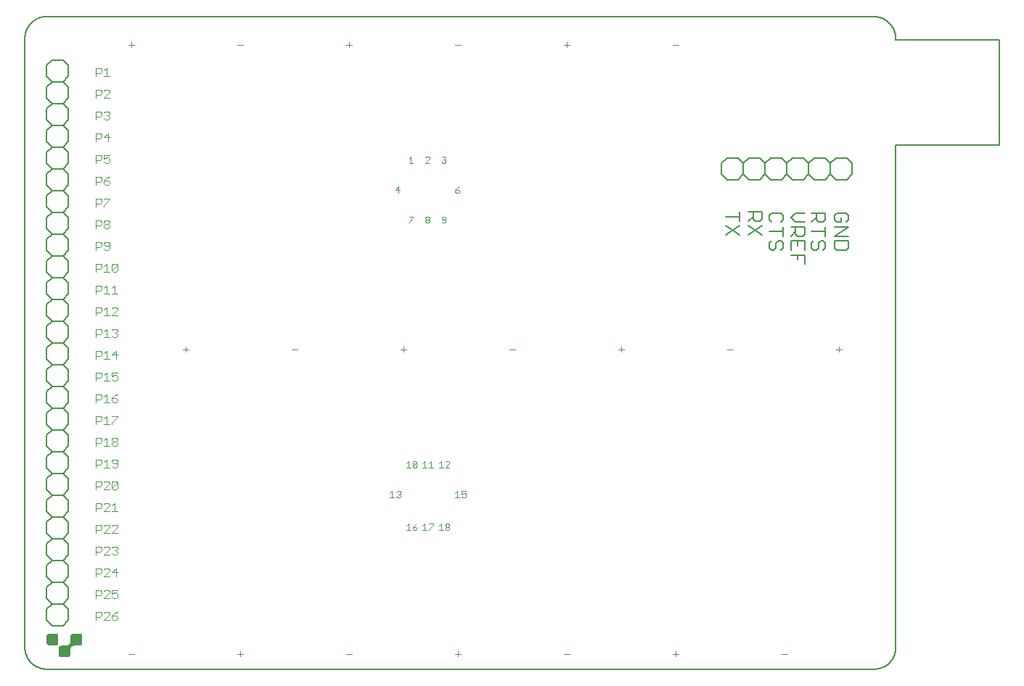
<source format=gto>
G75*
%MOIN*%
%OFA0B0*%
%FSLAX25Y25*%
%IPPOS*%
%LPD*%
%AMOC8*
5,1,8,0,0,1.08239X$1,22.5*
%
%ADD10C,0.00500*%
%ADD11C,0.00600*%
%ADD12C,0.00300*%
D10*
X0015000Y0005000D02*
X0395000Y0005000D01*
X0395242Y0005003D01*
X0395483Y0005012D01*
X0395724Y0005026D01*
X0395965Y0005047D01*
X0396205Y0005073D01*
X0396445Y0005105D01*
X0396684Y0005143D01*
X0396921Y0005186D01*
X0397158Y0005236D01*
X0397393Y0005291D01*
X0397627Y0005351D01*
X0397859Y0005418D01*
X0398090Y0005489D01*
X0398319Y0005567D01*
X0398546Y0005650D01*
X0398771Y0005738D01*
X0398994Y0005832D01*
X0399214Y0005931D01*
X0399432Y0006036D01*
X0399647Y0006145D01*
X0399860Y0006260D01*
X0400070Y0006380D01*
X0400276Y0006505D01*
X0400480Y0006635D01*
X0400681Y0006770D01*
X0400878Y0006910D01*
X0401072Y0007054D01*
X0401262Y0007203D01*
X0401448Y0007357D01*
X0401631Y0007515D01*
X0401810Y0007677D01*
X0401985Y0007844D01*
X0402156Y0008015D01*
X0402323Y0008190D01*
X0402485Y0008369D01*
X0402643Y0008552D01*
X0402797Y0008738D01*
X0402946Y0008928D01*
X0403090Y0009122D01*
X0403230Y0009319D01*
X0403365Y0009520D01*
X0403495Y0009724D01*
X0403620Y0009930D01*
X0403740Y0010140D01*
X0403855Y0010353D01*
X0403964Y0010568D01*
X0404069Y0010786D01*
X0404168Y0011006D01*
X0404262Y0011229D01*
X0404350Y0011454D01*
X0404433Y0011681D01*
X0404511Y0011910D01*
X0404582Y0012141D01*
X0404649Y0012373D01*
X0404709Y0012607D01*
X0404764Y0012842D01*
X0404814Y0013079D01*
X0404857Y0013316D01*
X0404895Y0013555D01*
X0404927Y0013795D01*
X0404953Y0014035D01*
X0404974Y0014276D01*
X0404988Y0014517D01*
X0404997Y0014758D01*
X0405000Y0015000D01*
X0405000Y0245787D01*
X0452500Y0245787D01*
X0452500Y0294213D01*
X0405000Y0294213D01*
X0405000Y0294212D02*
X0405006Y0294464D01*
X0405006Y0294715D01*
X0405001Y0294966D01*
X0404989Y0295217D01*
X0404971Y0295468D01*
X0404947Y0295718D01*
X0404917Y0295968D01*
X0404882Y0296217D01*
X0404840Y0296464D01*
X0404792Y0296711D01*
X0404738Y0296957D01*
X0404678Y0297201D01*
X0404613Y0297443D01*
X0404541Y0297684D01*
X0404464Y0297923D01*
X0404381Y0298161D01*
X0404292Y0298396D01*
X0404198Y0298629D01*
X0404098Y0298859D01*
X0403992Y0299088D01*
X0403881Y0299313D01*
X0403765Y0299536D01*
X0403643Y0299756D01*
X0403516Y0299972D01*
X0403383Y0300186D01*
X0403246Y0300397D01*
X0403104Y0300604D01*
X0402956Y0300807D01*
X0402804Y0301007D01*
X0402647Y0301204D01*
X0402485Y0301396D01*
X0402319Y0301584D01*
X0402148Y0301769D01*
X0401972Y0301949D01*
X0401793Y0302125D01*
X0401609Y0302296D01*
X0401421Y0302463D01*
X0401229Y0302625D01*
X0401034Y0302783D01*
X0400834Y0302936D01*
X0400631Y0303084D01*
X0400424Y0303227D01*
X0400214Y0303365D01*
X0400001Y0303498D01*
X0399785Y0303626D01*
X0399565Y0303749D01*
X0399343Y0303866D01*
X0399118Y0303977D01*
X0398890Y0304084D01*
X0398660Y0304185D01*
X0398427Y0304280D01*
X0398192Y0304369D01*
X0397955Y0304453D01*
X0397716Y0304531D01*
X0397476Y0304603D01*
X0397233Y0304670D01*
X0396989Y0304730D01*
X0396744Y0304785D01*
X0396497Y0304834D01*
X0396250Y0304876D01*
X0396001Y0304913D01*
X0395752Y0304944D01*
X0395501Y0304968D01*
X0395251Y0304987D01*
X0395000Y0305000D01*
X0015000Y0305000D01*
X0014758Y0304997D01*
X0014517Y0304988D01*
X0014276Y0304974D01*
X0014035Y0304953D01*
X0013795Y0304927D01*
X0013555Y0304895D01*
X0013316Y0304857D01*
X0013079Y0304814D01*
X0012842Y0304764D01*
X0012607Y0304709D01*
X0012373Y0304649D01*
X0012141Y0304582D01*
X0011910Y0304511D01*
X0011681Y0304433D01*
X0011454Y0304350D01*
X0011229Y0304262D01*
X0011006Y0304168D01*
X0010786Y0304069D01*
X0010568Y0303964D01*
X0010353Y0303855D01*
X0010140Y0303740D01*
X0009930Y0303620D01*
X0009724Y0303495D01*
X0009520Y0303365D01*
X0009319Y0303230D01*
X0009122Y0303090D01*
X0008928Y0302946D01*
X0008738Y0302797D01*
X0008552Y0302643D01*
X0008369Y0302485D01*
X0008190Y0302323D01*
X0008015Y0302156D01*
X0007844Y0301985D01*
X0007677Y0301810D01*
X0007515Y0301631D01*
X0007357Y0301448D01*
X0007203Y0301262D01*
X0007054Y0301072D01*
X0006910Y0300878D01*
X0006770Y0300681D01*
X0006635Y0300480D01*
X0006505Y0300276D01*
X0006380Y0300070D01*
X0006260Y0299860D01*
X0006145Y0299647D01*
X0006036Y0299432D01*
X0005931Y0299214D01*
X0005832Y0298994D01*
X0005738Y0298771D01*
X0005650Y0298546D01*
X0005567Y0298319D01*
X0005489Y0298090D01*
X0005418Y0297859D01*
X0005351Y0297627D01*
X0005291Y0297393D01*
X0005236Y0297158D01*
X0005186Y0296921D01*
X0005143Y0296684D01*
X0005105Y0296445D01*
X0005073Y0296205D01*
X0005047Y0295965D01*
X0005026Y0295724D01*
X0005012Y0295483D01*
X0005003Y0295242D01*
X0005000Y0295000D01*
X0005000Y0015000D01*
X0005003Y0014758D01*
X0005012Y0014517D01*
X0005026Y0014276D01*
X0005047Y0014035D01*
X0005073Y0013795D01*
X0005105Y0013555D01*
X0005143Y0013316D01*
X0005186Y0013079D01*
X0005236Y0012842D01*
X0005291Y0012607D01*
X0005351Y0012373D01*
X0005418Y0012141D01*
X0005489Y0011910D01*
X0005567Y0011681D01*
X0005650Y0011454D01*
X0005738Y0011229D01*
X0005832Y0011006D01*
X0005931Y0010786D01*
X0006036Y0010568D01*
X0006145Y0010353D01*
X0006260Y0010140D01*
X0006380Y0009930D01*
X0006505Y0009724D01*
X0006635Y0009520D01*
X0006770Y0009319D01*
X0006910Y0009122D01*
X0007054Y0008928D01*
X0007203Y0008738D01*
X0007357Y0008552D01*
X0007515Y0008369D01*
X0007677Y0008190D01*
X0007844Y0008015D01*
X0008015Y0007844D01*
X0008190Y0007677D01*
X0008369Y0007515D01*
X0008552Y0007357D01*
X0008738Y0007203D01*
X0008928Y0007054D01*
X0009122Y0006910D01*
X0009319Y0006770D01*
X0009520Y0006635D01*
X0009724Y0006505D01*
X0009930Y0006380D01*
X0010140Y0006260D01*
X0010353Y0006145D01*
X0010568Y0006036D01*
X0010786Y0005931D01*
X0011006Y0005832D01*
X0011229Y0005738D01*
X0011454Y0005650D01*
X0011681Y0005567D01*
X0011910Y0005489D01*
X0012141Y0005418D01*
X0012373Y0005351D01*
X0012607Y0005291D01*
X0012842Y0005236D01*
X0013079Y0005186D01*
X0013316Y0005143D01*
X0013555Y0005105D01*
X0013795Y0005073D01*
X0014035Y0005047D01*
X0014276Y0005026D01*
X0014517Y0005012D01*
X0014758Y0005003D01*
X0015000Y0005000D01*
D11*
X0017500Y0025000D02*
X0015000Y0027500D01*
X0015000Y0032500D01*
X0017500Y0035000D01*
X0022500Y0035000D01*
X0025000Y0032500D01*
X0025000Y0027500D01*
X0022500Y0025000D01*
X0017500Y0025000D01*
X0017500Y0035000D02*
X0015000Y0037500D01*
X0015000Y0042500D01*
X0017500Y0045000D01*
X0015000Y0047500D01*
X0015000Y0052500D01*
X0017500Y0055000D01*
X0015000Y0057500D01*
X0015000Y0062500D01*
X0017500Y0065000D01*
X0015000Y0067500D01*
X0015000Y0072500D01*
X0017500Y0075000D01*
X0022500Y0075000D01*
X0025000Y0072500D01*
X0025000Y0067500D01*
X0022500Y0065000D01*
X0025000Y0062500D01*
X0025000Y0057500D01*
X0022500Y0055000D01*
X0025000Y0052500D01*
X0025000Y0047500D01*
X0022500Y0045000D01*
X0025000Y0042500D01*
X0025000Y0037500D01*
X0022500Y0035000D01*
X0022500Y0045000D02*
X0017500Y0045000D01*
X0017500Y0055000D02*
X0022500Y0055000D01*
X0022500Y0065000D02*
X0017500Y0065000D01*
X0017500Y0075000D02*
X0015000Y0077500D01*
X0015000Y0082500D01*
X0017500Y0085000D01*
X0015000Y0087500D01*
X0015000Y0092500D01*
X0017500Y0095000D01*
X0015000Y0097500D01*
X0015000Y0102500D01*
X0017500Y0105000D01*
X0015000Y0107500D01*
X0015000Y0112500D01*
X0017500Y0115000D01*
X0015000Y0117500D01*
X0015000Y0122500D01*
X0017500Y0125000D01*
X0015000Y0127500D01*
X0015000Y0132500D01*
X0017500Y0135000D01*
X0022500Y0135000D01*
X0025000Y0132500D01*
X0025000Y0127500D01*
X0022500Y0125000D01*
X0025000Y0122500D01*
X0025000Y0117500D01*
X0022500Y0115000D01*
X0017500Y0115000D01*
X0022500Y0115000D02*
X0025000Y0112500D01*
X0025000Y0107500D01*
X0022500Y0105000D01*
X0025000Y0102500D01*
X0025000Y0097500D01*
X0022500Y0095000D01*
X0025000Y0092500D01*
X0025000Y0087500D01*
X0022500Y0085000D01*
X0025000Y0082500D01*
X0025000Y0077500D01*
X0022500Y0075000D01*
X0022500Y0085000D02*
X0017500Y0085000D01*
X0017500Y0095000D02*
X0022500Y0095000D01*
X0022500Y0105000D02*
X0017500Y0105000D01*
X0017500Y0125000D02*
X0022500Y0125000D01*
X0022500Y0135000D02*
X0025000Y0137500D01*
X0025000Y0142500D01*
X0022500Y0145000D01*
X0025000Y0147500D01*
X0025000Y0152500D01*
X0022500Y0155000D01*
X0017500Y0155000D01*
X0015000Y0152500D01*
X0015000Y0147500D01*
X0017500Y0145000D01*
X0022500Y0145000D01*
X0017500Y0145000D02*
X0015000Y0142500D01*
X0015000Y0137500D01*
X0017500Y0135000D01*
X0017500Y0155000D02*
X0015000Y0157500D01*
X0015000Y0162500D01*
X0017500Y0165000D01*
X0015000Y0167500D01*
X0015000Y0172500D01*
X0017500Y0175000D01*
X0015000Y0177500D01*
X0015000Y0182500D01*
X0017500Y0185000D01*
X0015000Y0187500D01*
X0015000Y0192500D01*
X0017500Y0195000D01*
X0022500Y0195000D01*
X0025000Y0192500D01*
X0025000Y0187500D01*
X0022500Y0185000D01*
X0025000Y0182500D01*
X0025000Y0177500D01*
X0022500Y0175000D01*
X0025000Y0172500D01*
X0025000Y0167500D01*
X0022500Y0165000D01*
X0025000Y0162500D01*
X0025000Y0157500D01*
X0022500Y0155000D01*
X0022500Y0165000D02*
X0017500Y0165000D01*
X0017500Y0175000D02*
X0022500Y0175000D01*
X0022500Y0185000D02*
X0017500Y0185000D01*
X0017500Y0195000D02*
X0015000Y0197500D01*
X0015000Y0202500D01*
X0017500Y0205000D01*
X0015000Y0207500D01*
X0015000Y0212500D01*
X0017500Y0215000D01*
X0022500Y0215000D01*
X0025000Y0212500D01*
X0025000Y0207500D01*
X0022500Y0205000D01*
X0025000Y0202500D01*
X0025000Y0197500D01*
X0022500Y0195000D01*
X0022500Y0205000D02*
X0017500Y0205000D01*
X0017500Y0215000D02*
X0015000Y0217500D01*
X0015000Y0222500D01*
X0017500Y0225000D01*
X0015000Y0227500D01*
X0015000Y0232500D01*
X0017500Y0235000D01*
X0015000Y0237500D01*
X0015000Y0242500D01*
X0017500Y0245000D01*
X0015000Y0247500D01*
X0015000Y0252500D01*
X0017500Y0255000D01*
X0022500Y0255000D01*
X0025000Y0257500D01*
X0025000Y0262500D01*
X0022500Y0265000D01*
X0025000Y0267500D01*
X0025000Y0272500D01*
X0022500Y0275000D01*
X0025000Y0277500D01*
X0025000Y0282500D01*
X0022500Y0285000D01*
X0017500Y0285000D01*
X0015000Y0282500D01*
X0015000Y0277500D01*
X0017500Y0275000D01*
X0022500Y0275000D01*
X0017500Y0275000D02*
X0015000Y0272500D01*
X0015000Y0267500D01*
X0017500Y0265000D01*
X0022500Y0265000D01*
X0017500Y0265000D02*
X0015000Y0262500D01*
X0015000Y0257500D01*
X0017500Y0255000D01*
X0022500Y0255000D02*
X0025000Y0252500D01*
X0025000Y0247500D01*
X0022500Y0245000D01*
X0025000Y0242500D01*
X0025000Y0237500D01*
X0022500Y0235000D01*
X0025000Y0232500D01*
X0025000Y0227500D01*
X0022500Y0225000D01*
X0025000Y0222500D01*
X0025000Y0217500D01*
X0022500Y0215000D01*
X0022500Y0225000D02*
X0017500Y0225000D01*
X0017500Y0235000D02*
X0022500Y0235000D01*
X0022500Y0245000D02*
X0017500Y0245000D01*
X0325000Y0237500D02*
X0325000Y0232500D01*
X0327500Y0230000D01*
X0332500Y0230000D01*
X0335000Y0232500D01*
X0337500Y0230000D01*
X0342500Y0230000D01*
X0345000Y0232500D01*
X0345000Y0237500D01*
X0342500Y0240000D01*
X0337500Y0240000D01*
X0335000Y0237500D01*
X0335000Y0232500D01*
X0335000Y0237500D02*
X0332500Y0240000D01*
X0327500Y0240000D01*
X0325000Y0237500D01*
X0345000Y0237500D02*
X0347500Y0240000D01*
X0352500Y0240000D01*
X0355000Y0237500D01*
X0357500Y0240000D01*
X0362500Y0240000D01*
X0365000Y0237500D01*
X0367500Y0240000D01*
X0372500Y0240000D01*
X0375000Y0237500D01*
X0377500Y0240000D01*
X0382500Y0240000D01*
X0385000Y0237500D01*
X0385000Y0232500D01*
X0382500Y0230000D01*
X0377500Y0230000D01*
X0375000Y0232500D01*
X0372500Y0230000D01*
X0367500Y0230000D01*
X0365000Y0232500D01*
X0362500Y0230000D01*
X0357500Y0230000D01*
X0355000Y0232500D01*
X0352500Y0230000D01*
X0347500Y0230000D01*
X0345000Y0232500D01*
X0355000Y0232500D02*
X0355000Y0237500D01*
X0365000Y0237500D02*
X0365000Y0232500D01*
X0375000Y0232500D02*
X0375000Y0237500D01*
X0372705Y0214700D02*
X0366300Y0214700D01*
X0368435Y0214700D02*
X0368435Y0211497D01*
X0369503Y0210430D01*
X0371638Y0210430D01*
X0372705Y0211497D01*
X0372705Y0214700D01*
X0376800Y0213632D02*
X0376800Y0211497D01*
X0377868Y0210430D01*
X0380003Y0210430D01*
X0380003Y0212565D01*
X0382138Y0214700D02*
X0377868Y0214700D01*
X0376800Y0213632D01*
X0376800Y0208255D02*
X0383205Y0208255D01*
X0376800Y0203984D01*
X0383205Y0203984D01*
X0383205Y0201809D02*
X0376800Y0201809D01*
X0376800Y0198606D01*
X0377868Y0197539D01*
X0382138Y0197539D01*
X0383205Y0198606D01*
X0383205Y0201809D01*
X0372705Y0200741D02*
X0372705Y0198606D01*
X0371638Y0197539D01*
X0369503Y0198606D02*
X0368435Y0197539D01*
X0367368Y0197539D01*
X0366300Y0198606D01*
X0366300Y0200741D01*
X0367368Y0201809D01*
X0369503Y0200741D02*
X0369503Y0198606D01*
X0369503Y0200741D02*
X0370570Y0201809D01*
X0371638Y0201809D01*
X0372705Y0200741D01*
X0372705Y0203984D02*
X0372705Y0208255D01*
X0372705Y0206119D02*
X0366300Y0206119D01*
X0363205Y0205052D02*
X0362138Y0203984D01*
X0360003Y0203984D01*
X0358935Y0205052D01*
X0358935Y0208255D01*
X0356800Y0208255D02*
X0363205Y0208255D01*
X0363205Y0205052D01*
X0363205Y0201809D02*
X0356800Y0201809D01*
X0356800Y0197539D01*
X0356800Y0195364D02*
X0363205Y0195364D01*
X0363205Y0191093D01*
X0360003Y0193228D02*
X0360003Y0195364D01*
X0363205Y0197539D02*
X0363205Y0201809D01*
X0360003Y0201809D02*
X0360003Y0199674D01*
X0356800Y0203984D02*
X0358935Y0206119D01*
X0358935Y0210430D02*
X0363205Y0210430D01*
X0366300Y0210430D02*
X0368435Y0212565D01*
X0363205Y0214700D02*
X0358935Y0214700D01*
X0356800Y0212565D01*
X0358935Y0210430D01*
X0353205Y0211497D02*
X0352138Y0210430D01*
X0353205Y0211497D02*
X0353205Y0213632D01*
X0352138Y0214700D01*
X0347868Y0214700D01*
X0346800Y0213632D01*
X0346800Y0211497D01*
X0347868Y0210430D01*
X0346800Y0206119D02*
X0353205Y0206119D01*
X0353205Y0203984D02*
X0353205Y0208255D01*
X0343705Y0208755D02*
X0337300Y0204484D01*
X0333205Y0204484D02*
X0326800Y0208755D01*
X0326800Y0204484D02*
X0333205Y0208755D01*
X0333205Y0210930D02*
X0333205Y0215200D01*
X0333205Y0213065D02*
X0326800Y0213065D01*
X0337300Y0215200D02*
X0343705Y0215200D01*
X0343705Y0211997D01*
X0342638Y0210930D01*
X0340503Y0210930D01*
X0339435Y0211997D01*
X0339435Y0215200D01*
X0339435Y0213065D02*
X0337300Y0210930D01*
X0337300Y0208755D02*
X0343705Y0204484D01*
X0346800Y0200741D02*
X0347868Y0201809D01*
X0346800Y0200741D02*
X0346800Y0198606D01*
X0347868Y0197539D01*
X0348935Y0197539D01*
X0350003Y0198606D01*
X0350003Y0200741D01*
X0351070Y0201809D01*
X0352138Y0201809D01*
X0353205Y0200741D01*
X0353205Y0198606D01*
X0352138Y0197539D01*
X0382138Y0210430D02*
X0383205Y0211497D01*
X0383205Y0213632D01*
X0382138Y0214700D01*
D12*
X0378884Y0153236D02*
X0378884Y0150767D01*
X0377650Y0152002D02*
X0380119Y0152002D01*
X0330119Y0152002D02*
X0327650Y0152002D01*
X0280119Y0152002D02*
X0277650Y0152002D01*
X0278884Y0153236D02*
X0278884Y0150767D01*
X0230119Y0152002D02*
X0227650Y0152002D01*
X0180119Y0152002D02*
X0177650Y0152002D01*
X0178884Y0153236D02*
X0178884Y0150767D01*
X0130119Y0152002D02*
X0127650Y0152002D01*
X0080119Y0152002D02*
X0077650Y0152002D01*
X0078884Y0153236D02*
X0078884Y0150767D01*
X0047485Y0149502D02*
X0045016Y0149502D01*
X0046868Y0151353D01*
X0046868Y0147650D01*
X0043802Y0147650D02*
X0041333Y0147650D01*
X0042568Y0147650D02*
X0042568Y0151353D01*
X0041333Y0150119D01*
X0040119Y0150736D02*
X0040119Y0149502D01*
X0039502Y0148884D01*
X0037650Y0148884D01*
X0037650Y0147650D02*
X0037650Y0151353D01*
X0039502Y0151353D01*
X0040119Y0150736D01*
X0041333Y0157650D02*
X0043802Y0157650D01*
X0042568Y0157650D02*
X0042568Y0161353D01*
X0041333Y0160119D01*
X0040119Y0160736D02*
X0040119Y0159502D01*
X0039502Y0158884D01*
X0037650Y0158884D01*
X0037650Y0157650D02*
X0037650Y0161353D01*
X0039502Y0161353D01*
X0040119Y0160736D01*
X0045016Y0160736D02*
X0045633Y0161353D01*
X0046868Y0161353D01*
X0047485Y0160736D01*
X0047485Y0160119D01*
X0046868Y0159502D01*
X0047485Y0158884D01*
X0047485Y0158267D01*
X0046868Y0157650D01*
X0045633Y0157650D01*
X0045016Y0158267D01*
X0046251Y0159502D02*
X0046868Y0159502D01*
X0047485Y0167650D02*
X0045016Y0167650D01*
X0047485Y0170119D01*
X0047485Y0170736D01*
X0046868Y0171353D01*
X0045633Y0171353D01*
X0045016Y0170736D01*
X0042568Y0171353D02*
X0042568Y0167650D01*
X0043802Y0167650D02*
X0041333Y0167650D01*
X0039502Y0168884D02*
X0037650Y0168884D01*
X0037650Y0167650D02*
X0037650Y0171353D01*
X0039502Y0171353D01*
X0040119Y0170736D01*
X0040119Y0169502D01*
X0039502Y0168884D01*
X0041333Y0170119D02*
X0042568Y0171353D01*
X0042568Y0177650D02*
X0042568Y0181353D01*
X0041333Y0180119D01*
X0040119Y0180736D02*
X0040119Y0179502D01*
X0039502Y0178884D01*
X0037650Y0178884D01*
X0037650Y0177650D02*
X0037650Y0181353D01*
X0039502Y0181353D01*
X0040119Y0180736D01*
X0041333Y0177650D02*
X0043802Y0177650D01*
X0045016Y0177650D02*
X0047485Y0177650D01*
X0046251Y0177650D02*
X0046251Y0181353D01*
X0045016Y0180119D01*
X0045633Y0187650D02*
X0045016Y0188267D01*
X0047485Y0190736D01*
X0047485Y0188267D01*
X0046868Y0187650D01*
X0045633Y0187650D01*
X0045016Y0188267D02*
X0045016Y0190736D01*
X0045633Y0191353D01*
X0046868Y0191353D01*
X0047485Y0190736D01*
X0043802Y0187650D02*
X0041333Y0187650D01*
X0042568Y0187650D02*
X0042568Y0191353D01*
X0041333Y0190119D01*
X0040119Y0190736D02*
X0040119Y0189502D01*
X0039502Y0188884D01*
X0037650Y0188884D01*
X0037650Y0187650D02*
X0037650Y0191353D01*
X0039502Y0191353D01*
X0040119Y0190736D01*
X0041950Y0197650D02*
X0043185Y0197650D01*
X0043802Y0198267D01*
X0043802Y0200736D01*
X0043185Y0201353D01*
X0041950Y0201353D01*
X0041333Y0200736D01*
X0041333Y0200119D01*
X0041950Y0199502D01*
X0043802Y0199502D01*
X0041950Y0197650D02*
X0041333Y0198267D01*
X0040119Y0199502D02*
X0039502Y0198884D01*
X0037650Y0198884D01*
X0037650Y0197650D02*
X0037650Y0201353D01*
X0039502Y0201353D01*
X0040119Y0200736D01*
X0040119Y0199502D01*
X0041950Y0207650D02*
X0041333Y0208267D01*
X0041333Y0208884D01*
X0041950Y0209502D01*
X0043185Y0209502D01*
X0043802Y0208884D01*
X0043802Y0208267D01*
X0043185Y0207650D01*
X0041950Y0207650D01*
X0041950Y0209502D02*
X0041333Y0210119D01*
X0041333Y0210736D01*
X0041950Y0211353D01*
X0043185Y0211353D01*
X0043802Y0210736D01*
X0043802Y0210119D01*
X0043185Y0209502D01*
X0040119Y0209502D02*
X0039502Y0208884D01*
X0037650Y0208884D01*
X0037650Y0207650D02*
X0037650Y0211353D01*
X0039502Y0211353D01*
X0040119Y0210736D01*
X0040119Y0209502D01*
X0041333Y0217650D02*
X0041333Y0218267D01*
X0043802Y0220736D01*
X0043802Y0221353D01*
X0041333Y0221353D01*
X0040119Y0220736D02*
X0040119Y0219502D01*
X0039502Y0218884D01*
X0037650Y0218884D01*
X0037650Y0217650D02*
X0037650Y0221353D01*
X0039502Y0221353D01*
X0040119Y0220736D01*
X0041950Y0227650D02*
X0043185Y0227650D01*
X0043802Y0228267D01*
X0043802Y0228884D01*
X0043185Y0229502D01*
X0041333Y0229502D01*
X0041333Y0228267D01*
X0041950Y0227650D01*
X0041333Y0229502D02*
X0042568Y0230736D01*
X0043802Y0231353D01*
X0040119Y0230736D02*
X0040119Y0229502D01*
X0039502Y0228884D01*
X0037650Y0228884D01*
X0037650Y0227650D02*
X0037650Y0231353D01*
X0039502Y0231353D01*
X0040119Y0230736D01*
X0041950Y0237650D02*
X0041333Y0238267D01*
X0041950Y0237650D02*
X0043185Y0237650D01*
X0043802Y0238267D01*
X0043802Y0239502D01*
X0043185Y0240119D01*
X0042568Y0240119D01*
X0041333Y0239502D01*
X0041333Y0241353D01*
X0043802Y0241353D01*
X0040119Y0240736D02*
X0040119Y0239502D01*
X0039502Y0238884D01*
X0037650Y0238884D01*
X0037650Y0237650D02*
X0037650Y0241353D01*
X0039502Y0241353D01*
X0040119Y0240736D01*
X0037650Y0247650D02*
X0037650Y0251353D01*
X0039502Y0251353D01*
X0040119Y0250736D01*
X0040119Y0249502D01*
X0039502Y0248884D01*
X0037650Y0248884D01*
X0041333Y0249502D02*
X0043185Y0251353D01*
X0043185Y0247650D01*
X0043802Y0249502D02*
X0041333Y0249502D01*
X0041950Y0257650D02*
X0041333Y0258267D01*
X0041950Y0257650D02*
X0043185Y0257650D01*
X0043802Y0258267D01*
X0043802Y0258884D01*
X0043185Y0259502D01*
X0042568Y0259502D01*
X0043185Y0259502D02*
X0043802Y0260119D01*
X0043802Y0260736D01*
X0043185Y0261353D01*
X0041950Y0261353D01*
X0041333Y0260736D01*
X0040119Y0260736D02*
X0040119Y0259502D01*
X0039502Y0258884D01*
X0037650Y0258884D01*
X0037650Y0257650D02*
X0037650Y0261353D01*
X0039502Y0261353D01*
X0040119Y0260736D01*
X0041333Y0267650D02*
X0043802Y0270119D01*
X0043802Y0270736D01*
X0043185Y0271353D01*
X0041950Y0271353D01*
X0041333Y0270736D01*
X0040119Y0270736D02*
X0040119Y0269502D01*
X0039502Y0268884D01*
X0037650Y0268884D01*
X0037650Y0267650D02*
X0037650Y0271353D01*
X0039502Y0271353D01*
X0040119Y0270736D01*
X0041333Y0267650D02*
X0043802Y0267650D01*
X0043802Y0277650D02*
X0041333Y0277650D01*
X0042568Y0277650D02*
X0042568Y0281353D01*
X0041333Y0280119D01*
X0040119Y0280736D02*
X0040119Y0279502D01*
X0039502Y0278884D01*
X0037650Y0278884D01*
X0037650Y0277650D02*
X0037650Y0281353D01*
X0039502Y0281353D01*
X0040119Y0280736D01*
X0053884Y0290767D02*
X0053884Y0293236D01*
X0052650Y0292002D02*
X0055119Y0292002D01*
X0102650Y0292002D02*
X0105119Y0292002D01*
X0152650Y0292002D02*
X0155119Y0292002D01*
X0153884Y0293236D02*
X0153884Y0290767D01*
X0202650Y0292002D02*
X0205119Y0292002D01*
X0252650Y0292002D02*
X0255119Y0292002D01*
X0253884Y0293236D02*
X0253884Y0290767D01*
X0302650Y0292002D02*
X0305119Y0292002D01*
X0204585Y0226802D02*
X0203617Y0226319D01*
X0202650Y0225351D01*
X0204101Y0225351D01*
X0204585Y0224867D01*
X0204585Y0224384D01*
X0204101Y0223900D01*
X0203134Y0223900D01*
X0202650Y0224384D01*
X0202650Y0225351D01*
X0197851Y0213052D02*
X0196884Y0213052D01*
X0196400Y0212569D01*
X0196400Y0212085D01*
X0196884Y0211601D01*
X0198335Y0211601D01*
X0198335Y0210634D02*
X0198335Y0212569D01*
X0197851Y0213052D01*
X0198335Y0210634D02*
X0197851Y0210150D01*
X0196884Y0210150D01*
X0196400Y0210634D01*
X0190835Y0210634D02*
X0190351Y0210150D01*
X0189384Y0210150D01*
X0188900Y0210634D01*
X0188900Y0211117D01*
X0189384Y0211601D01*
X0190351Y0211601D01*
X0190835Y0211117D01*
X0190835Y0210634D01*
X0190351Y0211601D02*
X0190835Y0212085D01*
X0190835Y0212569D01*
X0190351Y0213052D01*
X0189384Y0213052D01*
X0188900Y0212569D01*
X0188900Y0212085D01*
X0189384Y0211601D01*
X0183335Y0212569D02*
X0181400Y0210634D01*
X0181400Y0210150D01*
X0181400Y0213052D02*
X0183335Y0213052D01*
X0183335Y0212569D01*
X0176601Y0223900D02*
X0176601Y0226802D01*
X0175150Y0225351D01*
X0177085Y0225351D01*
X0181400Y0237650D02*
X0183335Y0237650D01*
X0182367Y0237650D02*
X0182367Y0240552D01*
X0181400Y0239585D01*
X0188900Y0240069D02*
X0189384Y0240552D01*
X0190351Y0240552D01*
X0190835Y0240069D01*
X0190835Y0239585D01*
X0188900Y0237650D01*
X0190835Y0237650D01*
X0196400Y0238134D02*
X0196884Y0237650D01*
X0197851Y0237650D01*
X0198335Y0238134D01*
X0198335Y0238617D01*
X0197851Y0239101D01*
X0197367Y0239101D01*
X0197851Y0239101D02*
X0198335Y0239585D01*
X0198335Y0240069D01*
X0197851Y0240552D01*
X0196884Y0240552D01*
X0196400Y0240069D01*
X0047485Y0141353D02*
X0045016Y0141353D01*
X0045016Y0139502D01*
X0046251Y0140119D01*
X0046868Y0140119D01*
X0047485Y0139502D01*
X0047485Y0138267D01*
X0046868Y0137650D01*
X0045633Y0137650D01*
X0045016Y0138267D01*
X0043802Y0137650D02*
X0041333Y0137650D01*
X0042568Y0137650D02*
X0042568Y0141353D01*
X0041333Y0140119D01*
X0040119Y0140736D02*
X0039502Y0141353D01*
X0037650Y0141353D01*
X0037650Y0137650D01*
X0037650Y0138884D02*
X0039502Y0138884D01*
X0040119Y0139502D01*
X0040119Y0140736D01*
X0039502Y0131353D02*
X0040119Y0130736D01*
X0040119Y0129502D01*
X0039502Y0128884D01*
X0037650Y0128884D01*
X0037650Y0127650D02*
X0037650Y0131353D01*
X0039502Y0131353D01*
X0041333Y0130119D02*
X0042568Y0131353D01*
X0042568Y0127650D01*
X0043802Y0127650D02*
X0041333Y0127650D01*
X0045016Y0128267D02*
X0045633Y0127650D01*
X0046868Y0127650D01*
X0047485Y0128267D01*
X0047485Y0128884D01*
X0046868Y0129502D01*
X0045016Y0129502D01*
X0045016Y0128267D01*
X0045016Y0129502D02*
X0046251Y0130736D01*
X0047485Y0131353D01*
X0047485Y0121353D02*
X0045016Y0121353D01*
X0042568Y0121353D02*
X0042568Y0117650D01*
X0043802Y0117650D02*
X0041333Y0117650D01*
X0039502Y0118884D02*
X0040119Y0119502D01*
X0040119Y0120736D01*
X0039502Y0121353D01*
X0037650Y0121353D01*
X0037650Y0117650D01*
X0037650Y0118884D02*
X0039502Y0118884D01*
X0041333Y0120119D02*
X0042568Y0121353D01*
X0045016Y0118267D02*
X0045016Y0117650D01*
X0045016Y0118267D02*
X0047485Y0120736D01*
X0047485Y0121353D01*
X0046868Y0111353D02*
X0047485Y0110736D01*
X0047485Y0110119D01*
X0046868Y0109502D01*
X0045633Y0109502D01*
X0045016Y0110119D01*
X0045016Y0110736D01*
X0045633Y0111353D01*
X0046868Y0111353D01*
X0046868Y0109502D02*
X0047485Y0108884D01*
X0047485Y0108267D01*
X0046868Y0107650D01*
X0045633Y0107650D01*
X0045016Y0108267D01*
X0045016Y0108884D01*
X0045633Y0109502D01*
X0043802Y0107650D02*
X0041333Y0107650D01*
X0042568Y0107650D02*
X0042568Y0111353D01*
X0041333Y0110119D01*
X0040119Y0110736D02*
X0040119Y0109502D01*
X0039502Y0108884D01*
X0037650Y0108884D01*
X0037650Y0107650D02*
X0037650Y0111353D01*
X0039502Y0111353D01*
X0040119Y0110736D01*
X0039502Y0101353D02*
X0040119Y0100736D01*
X0040119Y0099502D01*
X0039502Y0098884D01*
X0037650Y0098884D01*
X0037650Y0097650D02*
X0037650Y0101353D01*
X0039502Y0101353D01*
X0041333Y0100119D02*
X0042568Y0101353D01*
X0042568Y0097650D01*
X0043802Y0097650D02*
X0041333Y0097650D01*
X0045016Y0098267D02*
X0045633Y0097650D01*
X0046868Y0097650D01*
X0047485Y0098267D01*
X0047485Y0100736D01*
X0046868Y0101353D01*
X0045633Y0101353D01*
X0045016Y0100736D01*
X0045016Y0100119D01*
X0045633Y0099502D01*
X0047485Y0099502D01*
X0046868Y0091353D02*
X0047485Y0090736D01*
X0045016Y0088267D01*
X0045633Y0087650D01*
X0046868Y0087650D01*
X0047485Y0088267D01*
X0047485Y0090736D01*
X0046868Y0091353D02*
X0045633Y0091353D01*
X0045016Y0090736D01*
X0045016Y0088267D01*
X0043802Y0087650D02*
X0041333Y0087650D01*
X0043802Y0090119D01*
X0043802Y0090736D01*
X0043185Y0091353D01*
X0041950Y0091353D01*
X0041333Y0090736D01*
X0040119Y0090736D02*
X0040119Y0089502D01*
X0039502Y0088884D01*
X0037650Y0088884D01*
X0037650Y0087650D02*
X0037650Y0091353D01*
X0039502Y0091353D01*
X0040119Y0090736D01*
X0039502Y0081353D02*
X0040119Y0080736D01*
X0040119Y0079502D01*
X0039502Y0078884D01*
X0037650Y0078884D01*
X0037650Y0077650D02*
X0037650Y0081353D01*
X0039502Y0081353D01*
X0041333Y0080736D02*
X0041950Y0081353D01*
X0043185Y0081353D01*
X0043802Y0080736D01*
X0043802Y0080119D01*
X0041333Y0077650D01*
X0043802Y0077650D01*
X0045016Y0077650D02*
X0047485Y0077650D01*
X0046251Y0077650D02*
X0046251Y0081353D01*
X0045016Y0080119D01*
X0045633Y0071353D02*
X0045016Y0070736D01*
X0045633Y0071353D02*
X0046868Y0071353D01*
X0047485Y0070736D01*
X0047485Y0070119D01*
X0045016Y0067650D01*
X0047485Y0067650D01*
X0043802Y0067650D02*
X0041333Y0067650D01*
X0043802Y0070119D01*
X0043802Y0070736D01*
X0043185Y0071353D01*
X0041950Y0071353D01*
X0041333Y0070736D01*
X0040119Y0070736D02*
X0040119Y0069502D01*
X0039502Y0068884D01*
X0037650Y0068884D01*
X0037650Y0067650D02*
X0037650Y0071353D01*
X0039502Y0071353D01*
X0040119Y0070736D01*
X0039502Y0061353D02*
X0040119Y0060736D01*
X0040119Y0059502D01*
X0039502Y0058884D01*
X0037650Y0058884D01*
X0037650Y0057650D02*
X0037650Y0061353D01*
X0039502Y0061353D01*
X0041333Y0060736D02*
X0041950Y0061353D01*
X0043185Y0061353D01*
X0043802Y0060736D01*
X0043802Y0060119D01*
X0041333Y0057650D01*
X0043802Y0057650D01*
X0045016Y0058267D02*
X0045633Y0057650D01*
X0046868Y0057650D01*
X0047485Y0058267D01*
X0047485Y0058884D01*
X0046868Y0059502D01*
X0046251Y0059502D01*
X0046868Y0059502D02*
X0047485Y0060119D01*
X0047485Y0060736D01*
X0046868Y0061353D01*
X0045633Y0061353D01*
X0045016Y0060736D01*
X0043185Y0051353D02*
X0041950Y0051353D01*
X0041333Y0050736D01*
X0040119Y0050736D02*
X0040119Y0049502D01*
X0039502Y0048884D01*
X0037650Y0048884D01*
X0037650Y0047650D02*
X0037650Y0051353D01*
X0039502Y0051353D01*
X0040119Y0050736D01*
X0043185Y0051353D02*
X0043802Y0050736D01*
X0043802Y0050119D01*
X0041333Y0047650D01*
X0043802Y0047650D01*
X0045016Y0049502D02*
X0047485Y0049502D01*
X0046868Y0051353D02*
X0045016Y0049502D01*
X0046868Y0051353D02*
X0046868Y0047650D01*
X0047485Y0041353D02*
X0045016Y0041353D01*
X0045016Y0039502D01*
X0046251Y0040119D01*
X0046868Y0040119D01*
X0047485Y0039502D01*
X0047485Y0038267D01*
X0046868Y0037650D01*
X0045633Y0037650D01*
X0045016Y0038267D01*
X0043802Y0037650D02*
X0041333Y0037650D01*
X0043802Y0040119D01*
X0043802Y0040736D01*
X0043185Y0041353D01*
X0041950Y0041353D01*
X0041333Y0040736D01*
X0040119Y0040736D02*
X0040119Y0039502D01*
X0039502Y0038884D01*
X0037650Y0038884D01*
X0037650Y0037650D02*
X0037650Y0041353D01*
X0039502Y0041353D01*
X0040119Y0040736D01*
X0039502Y0031353D02*
X0040119Y0030736D01*
X0040119Y0029502D01*
X0039502Y0028884D01*
X0037650Y0028884D01*
X0037650Y0027650D02*
X0037650Y0031353D01*
X0039502Y0031353D01*
X0041333Y0030736D02*
X0041950Y0031353D01*
X0043185Y0031353D01*
X0043802Y0030736D01*
X0043802Y0030119D01*
X0041333Y0027650D01*
X0043802Y0027650D01*
X0045016Y0028267D02*
X0045633Y0027650D01*
X0046868Y0027650D01*
X0047485Y0028267D01*
X0047485Y0028884D01*
X0046868Y0029502D01*
X0045016Y0029502D01*
X0045016Y0028267D01*
X0045016Y0029502D02*
X0046251Y0030736D01*
X0047485Y0031353D01*
X0030866Y0020750D02*
X0030707Y0020957D01*
X0030500Y0021116D01*
X0030259Y0021216D01*
X0030000Y0021250D01*
X0027000Y0021250D01*
X0026741Y0021216D01*
X0026500Y0021116D01*
X0026293Y0020957D01*
X0026134Y0020750D01*
X0026034Y0020509D01*
X0026000Y0020250D01*
X0026000Y0018250D01*
X0025952Y0017762D01*
X0025810Y0017293D01*
X0025579Y0016861D01*
X0025268Y0016482D01*
X0024889Y0016171D01*
X0024457Y0015940D01*
X0023988Y0015798D01*
X0023500Y0015750D01*
X0021500Y0015750D01*
X0021241Y0015716D01*
X0021000Y0015616D01*
X0020793Y0015457D01*
X0020634Y0015250D01*
X0020534Y0015009D01*
X0020500Y0014750D01*
X0020500Y0011750D01*
X0020534Y0011491D01*
X0020634Y0011250D01*
X0020793Y0011043D01*
X0021000Y0010884D01*
X0021241Y0010784D01*
X0021500Y0010750D01*
X0024500Y0010750D01*
X0024759Y0010784D01*
X0025000Y0010884D01*
X0025207Y0011043D01*
X0025366Y0011250D01*
X0025466Y0011491D01*
X0025500Y0011750D01*
X0025500Y0013750D01*
X0025548Y0014238D01*
X0025690Y0014707D01*
X0025921Y0015139D01*
X0026232Y0015518D01*
X0026611Y0015829D01*
X0027043Y0016060D01*
X0027512Y0016202D01*
X0028000Y0016250D01*
X0030000Y0016250D01*
X0030259Y0016284D01*
X0030500Y0016384D01*
X0030707Y0016543D01*
X0030866Y0016750D01*
X0030966Y0016991D01*
X0031000Y0017250D01*
X0031000Y0020250D01*
X0030966Y0020509D01*
X0030866Y0020750D01*
X0030811Y0020821D02*
X0026189Y0020821D01*
X0026040Y0020523D02*
X0030960Y0020523D01*
X0031000Y0020224D02*
X0026000Y0020224D01*
X0026000Y0019926D02*
X0031000Y0019926D01*
X0031000Y0019627D02*
X0026000Y0019627D01*
X0026000Y0019329D02*
X0031000Y0019329D01*
X0031000Y0019030D02*
X0026000Y0019030D01*
X0026000Y0018732D02*
X0031000Y0018732D01*
X0031000Y0018433D02*
X0026000Y0018433D01*
X0025989Y0018134D02*
X0031000Y0018134D01*
X0031000Y0017836D02*
X0025959Y0017836D01*
X0025884Y0017537D02*
X0031000Y0017537D01*
X0030999Y0017239D02*
X0025781Y0017239D01*
X0025621Y0016940D02*
X0030945Y0016940D01*
X0030783Y0016642D02*
X0025399Y0016642D01*
X0025099Y0016343D02*
X0030402Y0016343D01*
X0027016Y0016045D02*
X0024652Y0016045D01*
X0025930Y0015149D02*
X0020592Y0015149D01*
X0020513Y0014851D02*
X0025767Y0014851D01*
X0025643Y0014552D02*
X0020500Y0014552D01*
X0020500Y0014254D02*
X0025553Y0014254D01*
X0025520Y0013955D02*
X0020500Y0013955D01*
X0020500Y0013657D02*
X0025500Y0013657D01*
X0025500Y0013358D02*
X0020500Y0013358D01*
X0020500Y0013060D02*
X0025500Y0013060D01*
X0025500Y0012761D02*
X0020500Y0012761D01*
X0020500Y0012463D02*
X0025500Y0012463D01*
X0025500Y0012164D02*
X0020500Y0012164D01*
X0020500Y0011866D02*
X0025500Y0011866D01*
X0025476Y0011567D02*
X0020524Y0011567D01*
X0020626Y0011269D02*
X0025374Y0011269D01*
X0025112Y0010970D02*
X0020888Y0010970D01*
X0020786Y0015448D02*
X0026175Y0015448D01*
X0026511Y0015746D02*
X0021473Y0015746D01*
X0019866Y0016750D02*
X0019707Y0016543D01*
X0019500Y0016384D01*
X0019259Y0016284D01*
X0019000Y0016250D01*
X0016000Y0016250D01*
X0015741Y0016284D01*
X0015500Y0016384D01*
X0015293Y0016543D01*
X0015134Y0016750D01*
X0015034Y0016991D01*
X0015000Y0017250D01*
X0015000Y0020250D01*
X0015034Y0020509D01*
X0015134Y0020750D01*
X0015293Y0020957D01*
X0015500Y0021116D01*
X0015741Y0021216D01*
X0016000Y0021250D01*
X0019000Y0021250D01*
X0019259Y0021216D01*
X0019500Y0021116D01*
X0019707Y0020957D01*
X0019866Y0020750D01*
X0019966Y0020509D01*
X0020000Y0020250D01*
X0020000Y0017250D01*
X0019966Y0016991D01*
X0019866Y0016750D01*
X0019783Y0016642D02*
X0015217Y0016642D01*
X0015055Y0016940D02*
X0019945Y0016940D01*
X0019999Y0017239D02*
X0015001Y0017239D01*
X0015000Y0017537D02*
X0020000Y0017537D01*
X0020000Y0017836D02*
X0015000Y0017836D01*
X0015000Y0018134D02*
X0020000Y0018134D01*
X0020000Y0018433D02*
X0015000Y0018433D01*
X0015000Y0018732D02*
X0020000Y0018732D01*
X0020000Y0019030D02*
X0015000Y0019030D01*
X0015000Y0019329D02*
X0020000Y0019329D01*
X0020000Y0019627D02*
X0015000Y0019627D01*
X0015000Y0019926D02*
X0020000Y0019926D01*
X0020000Y0020224D02*
X0015000Y0020224D01*
X0015040Y0020523D02*
X0019960Y0020523D01*
X0019811Y0020821D02*
X0015189Y0020821D01*
X0015509Y0021120D02*
X0019491Y0021120D01*
X0019402Y0016343D02*
X0015598Y0016343D01*
X0026509Y0021120D02*
X0030491Y0021120D01*
X0052650Y0012002D02*
X0055119Y0012002D01*
X0102650Y0012002D02*
X0105119Y0012002D01*
X0103884Y0013236D02*
X0103884Y0010767D01*
X0152650Y0012002D02*
X0155119Y0012002D01*
X0202650Y0012002D02*
X0205119Y0012002D01*
X0203884Y0013236D02*
X0203884Y0010767D01*
X0252650Y0012002D02*
X0255119Y0012002D01*
X0302650Y0012002D02*
X0305119Y0012002D01*
X0303884Y0013236D02*
X0303884Y0010767D01*
X0352650Y0012002D02*
X0355119Y0012002D01*
X0207531Y0084384D02*
X0207048Y0083900D01*
X0206080Y0083900D01*
X0205597Y0084384D01*
X0205597Y0085351D02*
X0206564Y0085835D01*
X0207048Y0085835D01*
X0207531Y0085351D01*
X0207531Y0084384D01*
X0205597Y0085351D02*
X0205597Y0086802D01*
X0207531Y0086802D01*
X0203617Y0086802D02*
X0203617Y0083900D01*
X0202650Y0083900D02*
X0204585Y0083900D01*
X0202650Y0085835D02*
X0203617Y0086802D01*
X0200031Y0097650D02*
X0198097Y0097650D01*
X0200031Y0099585D01*
X0200031Y0100069D01*
X0199548Y0100552D01*
X0198580Y0100552D01*
X0198097Y0100069D01*
X0196117Y0100552D02*
X0196117Y0097650D01*
X0195150Y0097650D02*
X0197085Y0097650D01*
X0195150Y0099585D02*
X0196117Y0100552D01*
X0191564Y0100552D02*
X0191564Y0097650D01*
X0190597Y0097650D02*
X0192531Y0097650D01*
X0190597Y0099585D02*
X0191564Y0100552D01*
X0188617Y0100552D02*
X0188617Y0097650D01*
X0187650Y0097650D02*
X0189585Y0097650D01*
X0187650Y0099585D02*
X0188617Y0100552D01*
X0185031Y0100069D02*
X0183097Y0098134D01*
X0183580Y0097650D01*
X0184548Y0097650D01*
X0185031Y0098134D01*
X0185031Y0100069D01*
X0184548Y0100552D01*
X0183580Y0100552D01*
X0183097Y0100069D01*
X0183097Y0098134D01*
X0182085Y0097650D02*
X0180150Y0097650D01*
X0181117Y0097650D02*
X0181117Y0100552D01*
X0180150Y0099585D01*
X0177048Y0086802D02*
X0176080Y0086802D01*
X0175597Y0086319D01*
X0176564Y0085351D02*
X0177048Y0085351D01*
X0177531Y0084867D01*
X0177531Y0084384D01*
X0177048Y0083900D01*
X0176080Y0083900D01*
X0175597Y0084384D01*
X0174585Y0083900D02*
X0172650Y0083900D01*
X0173617Y0083900D02*
X0173617Y0086802D01*
X0172650Y0085835D01*
X0177048Y0085351D02*
X0177531Y0085835D01*
X0177531Y0086319D01*
X0177048Y0086802D01*
X0181117Y0071802D02*
X0181117Y0068900D01*
X0180150Y0068900D02*
X0182085Y0068900D01*
X0183097Y0069384D02*
X0183580Y0068900D01*
X0184548Y0068900D01*
X0185031Y0069384D01*
X0185031Y0069867D01*
X0184548Y0070351D01*
X0183097Y0070351D01*
X0183097Y0069384D01*
X0183097Y0070351D02*
X0184064Y0071319D01*
X0185031Y0071802D01*
X0187650Y0070835D02*
X0188617Y0071802D01*
X0188617Y0068900D01*
X0187650Y0068900D02*
X0189585Y0068900D01*
X0190597Y0068900D02*
X0190597Y0069384D01*
X0192531Y0071319D01*
X0192531Y0071802D01*
X0190597Y0071802D01*
X0195150Y0070835D02*
X0196117Y0071802D01*
X0196117Y0068900D01*
X0195150Y0068900D02*
X0197085Y0068900D01*
X0198097Y0069384D02*
X0198097Y0069867D01*
X0198580Y0070351D01*
X0199548Y0070351D01*
X0200031Y0069867D01*
X0200031Y0069384D01*
X0199548Y0068900D01*
X0198580Y0068900D01*
X0198097Y0069384D01*
X0198580Y0070351D02*
X0198097Y0070835D01*
X0198097Y0071319D01*
X0198580Y0071802D01*
X0199548Y0071802D01*
X0200031Y0071319D01*
X0200031Y0070835D01*
X0199548Y0070351D01*
X0181117Y0071802D02*
X0180150Y0070835D01*
M02*

</source>
